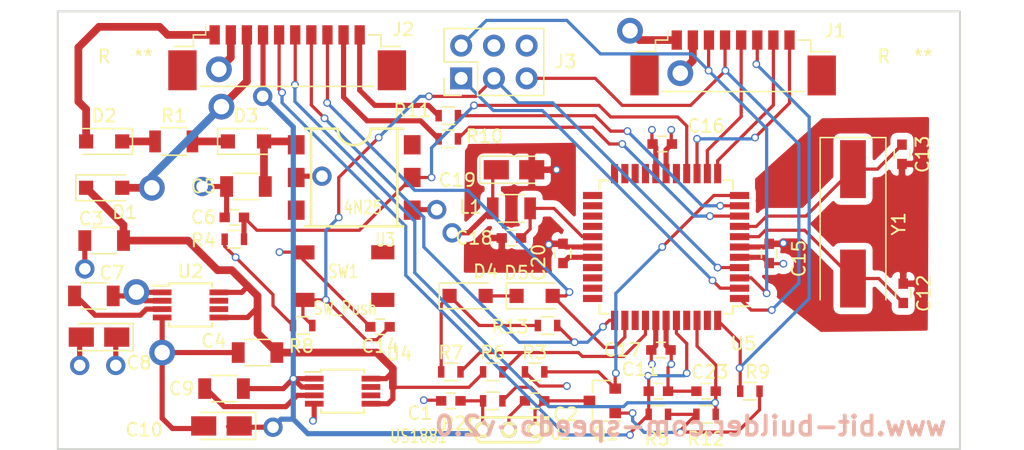
<source format=kicad_pcb>
(kicad_pcb (version 4) (host pcbnew 4.0.7-e2-6376~61~ubuntu18.04.1)
  (title_block (title Speedo))
  (layers (0 F.Cu signal) (1 In1.Cu power hide) (2 In2.Cu power hide) (31 B.Cu signal) (35 F.Paste user) (36 B.SilkS user) (37 F.SilkS user) (38 B.Mask user) (39 F.Mask user) (44 Edge.Cuts user))
  (net 0 "")
  (net 1 GND)
  (net 2 +5V)
  (net 3 "Net-(C5-Pad1)")
  (net 4 TACH)
  (net 5 +3V3)
  (net 6 "Net-(C7-Pad2)")
  (net 7 "Net-(C9-Pad2)")
  (net 8 "Net-(C12-Pad2)")
  (net 9 "Net-(C13-Pad2)")
  (net 10 VIN)
  (net 11 "Net-(D2-Pad1)")
  (net 12 COIL)
  (net 13 "Net-(D3-Pad1)")
  (net 14 SCK)
  (net 15 MOSI)
  (net 16 LCD-DC)
  (net 17 LCD-CS)
  (net 18 HALL-EFF)
  (net 19 VMEAS)
  (net 20 "Net-(U2-Pad6)")
  (net 21 "Net-(U2-Pad7)")
  (net 22 "Net-(U3-Pad3)")
  (net 23 "Net-(U3-Pad6)")
  (net 24 "Net-(U4-Pad6)")
  (net 25 "Net-(U4-Pad7)")
  (net 26 "Net-(U5-Pad19)")
  (net 27 "Net-(U5-Pad20)")
  (net 28 "Net-(U5-Pad33)")
  (net 29 "Net-(U5-Pad43)")
  (net 30 "Net-(C2-Pad1)")
  (net 31 Reset)
  (net 32 "Net-(C18-Pad1)")
  (net 33 "Net-(C20-Pad1)")
  (net 34 MISO)
  (net 35 "Net-(U5-Pad23)")
  (net 36 "Net-(U5-Pad26)")
  (net 37 "Net-(U5-Pad32)")
  (net 38 "Net-(U5-Pad36)")
  (net 39 "Net-(U5-Pad41)")
  (net 40 LCD-RST)
  (net 41 LCD-LED)
  (net 42 +12V)
  (net 43 TX)
  (net 44 RX)
  (net 45 "Net-(R10-Pad2)")
  (net 46 "Net-(R11-Pad2)")
  (net 47 BUTTON1)
  (net 48 BUTTON2)
  (net 49 "Net-(J3-Pad6)")
  (net 50 "Net-(U5-Pad16)")
  (net 51 "Net-(U5-Pad21)")
  (net 52 "Net-(U5-Pad22)")
  (net 53 "Net-(U5-Pad24)")
  (net 54 "Net-(U5-Pad25)")
  (net 55 "Net-(D4-Pad2)")
  (net 56 LM35-NEG)
  (net 57 LM35-POS)
  (net 58 "Net-(U5-Pad30)")
  (net 59 "Net-(U5-Pad31)")
  (module Capacitors_SMD:C_0603 (layer F.Cu) (at 130.5 132.25 180)
    (fp_text reference C1 (at 2.4 -0.95 180) (layer F.SilkS))
    (fp_text value 100nF)
    (pad 2 smd rect (at 0.75 0 180) (size 0.8 0.75) (layers F.Cu F.Paste F.Mask) (net 1 GND))
    (pad 1 smd rect (at -0.75 0 180) (size 0.8 0.75) (layers F.Cu F.Paste F.Mask) (net 2 +5V))
  )
  (module Capacitors_SMD:C_0603 (layer F.Cu) (at 137 132.25 180)
    (fp_text reference C2 (at -2.4 -1.05 180) (layer F.SilkS))
    (fp_text value 4.7nF)
    (pad 2 smd rect (at 0.75 0 180) (size 0.8 0.75) (layers F.Cu F.Paste F.Mask) (net 1 GND))
    (pad 1 smd rect (at -0.75 0 180) (size 0.8 0.75) (layers F.Cu F.Paste F.Mask) (net 30 "Net-(C2-Pad1)"))
  )
  (module Capacitors_SMD:C_1206 (layer F.Cu) (at 103.6 119.8 180)
    (fp_text reference C3 (at 1 1.7 180) (layer F.SilkS))
    (fp_text value 1uF)
    (pad 1 smd rect (at -1.5 0 180) (size 1 1.6) (layers F.Cu F.Paste F.Mask) (net 10 VIN))
    (pad 2 smd rect (at 1.5 0 180) (size 1 1.6) (layers F.Cu F.Paste F.Mask) (net 1 GND))
  )
  (module Capacitors_SMD:C_1206 (layer F.Cu) (at 115.5 128.5 180)
    (fp_text reference C4 (at 3.4 0.9 180) (layer F.SilkS))
    (fp_text value 1uF)
    (pad 1 smd rect (at -1.5 0 180) (size 1 1.6) (layers F.Cu F.Paste F.Mask) (net 10 VIN))
    (pad 2 smd rect (at 1.5 0 180) (size 1 1.6) (layers F.Cu F.Paste F.Mask) (net 1 GND))
  )
  (module Capacitors_SMD:C_1206 (layer F.Cu) (at 114.6 115.6 180)
    (fp_text reference C5 (at 3.3 0 180) (layer F.SilkS))
    (fp_text value 1nF)
    (pad 1 smd rect (at -1.5 0 180) (size 1 1.6) (layers F.Cu F.Paste F.Mask) (net 3 "Net-(C5-Pad1)"))
    (pad 2 smd rect (at 1.5 0 180) (size 1 1.6) (layers F.Cu F.Paste F.Mask) (net 1 GND))
  )
  (module Capacitors_SMD:C_0603 (layer F.Cu) (at 113.7 118 180)
    (fp_text reference C6 (at 2.4 0 180) (layer F.SilkS))
    (fp_text value 10nF)
    (pad 2 smd rect (at 0.75 0 180) (size 0.8 0.75) (layers F.Cu F.Paste F.Mask) (net 1 GND))
    (pad 1 smd rect (at -0.75 0 180) (size 0.8 0.75) (layers F.Cu F.Paste F.Mask) (net 4 TACH))
  )
  (module Capacitors_SMD:C_1206 (layer F.Cu) (at 102.8 124.1 180)
    (fp_text reference C7 (at -1.4 1.8 180) (layer F.SilkS))
    (fp_text value 10nF)
    (pad 1 smd rect (at -1.5 0 180) (size 1 1.6) (layers F.Cu F.Paste F.Mask) (net 5 +3V3))
    (pad 2 smd rect (at 1.5 0 180) (size 1 1.6) (layers F.Cu F.Paste F.Mask) (net 6 "Net-(C7-Pad2)"))
  )
  (module Capacitors_Tantalum_SMD:CP_Tantalum_Case-A_EIA-3216-18_Reflow (layer F.Cu) (at 103.2 127.3 180)
    (fp_text reference C8 (at -3.1 -2 180) (layer F.SilkS))
    (fp_text value 10uF)
    (pad 1 smd rect (at -1.375 0 180) (size 1.95 1.5) (layers F.Cu F.Paste F.Mask) (net 5 +3V3))
    (pad 2 smd rect (at 1.375 0 180) (size 1.95 1.5) (layers F.Cu F.Paste F.Mask) (net 1 GND))
  )
  (module Capacitors_SMD:C_1206 (layer F.Cu) (at 112.9 131.3 180)
    (fp_text reference C9 (at 3.3 0 180) (layer F.SilkS))
    (fp_text value 10nF)
    (pad 1 smd rect (at -1.5 0 180) (size 1 1.6) (layers F.Cu F.Paste F.Mask) (net 2 +5V))
    (pad 2 smd rect (at 1.5 0 180) (size 1 1.6) (layers F.Cu F.Paste F.Mask) (net 7 "Net-(C9-Pad2)"))
  )
  (module Capacitors_Tantalum_SMD:CP_Tantalum_Case-A_EIA-3216-18_Reflow (layer F.Cu) (at 112.7 134.2 180)
    (fp_text reference C10 (at 6 -0.3 180) (layer F.SilkS))
    (fp_text value 10uF)
    (pad 1 smd rect (at -1.375 0 180) (size 1.95 1.5) (layers F.Cu F.Paste F.Mask) (net 2 +5V))
    (pad 2 smd rect (at 1.375 0 180) (size 1.95 1.5) (layers F.Cu F.Paste F.Mask) (net 1 GND))
  )
  (module Capacitors_SMD:C_0603 (layer F.Cu) (at 146.6 131.5)
    (fp_text reference C11 (at -1.4 -1.7) (layer F.SilkS))
    (fp_text value 10nF)
    (pad 2 smd rect (at 0.75 0) (size 0.8 0.75) (layers F.Cu F.Paste F.Mask) (net 1 GND))
    (pad 1 smd rect (at -0.75 0) (size 0.8 0.75) (layers F.Cu F.Paste F.Mask) (net 47 BUTTON1))
  )
  (module Capacitors_SMD:C_0603 (layer F.Cu) (at 165.6 123.9 270)
    (fp_text reference C12 (at 0 -1.6 270) (layer F.SilkS))
    (fp_text value 20pF)
    (pad 2 smd rect (at 0.75 0 270) (size 0.8 0.75) (layers F.Cu F.Paste F.Mask) (net 8 "Net-(C12-Pad2)"))
    (pad 1 smd rect (at -0.75 0 270) (size 0.8 0.75) (layers F.Cu F.Paste F.Mask) (net 1 GND))
  )
  (module Capacitors_SMD:C_0603 (layer F.Cu) (at 165.5 113.1 90)
    (fp_text reference C13 (at 0 1.6 90) (layer F.SilkS))
    (fp_text value 20pF)
    (pad 2 smd rect (at 0.75 0 90) (size 0.8 0.75) (layers F.Cu F.Paste F.Mask) (net 9 "Net-(C13-Pad2)"))
    (pad 1 smd rect (at -0.75 0 90) (size 0.8 0.75) (layers F.Cu F.Paste F.Mask) (net 1 GND))
  )
  (module Capacitors_SMD:C_0603 (layer F.Cu) (at 125 126.5 180)
    (fp_text reference C14 (at 0 -1.5 180) (layer F.SilkS))
    (fp_text value 10nF)
    (pad 2 smd rect (at 0.75 0 180) (size 0.8 0.75) (layers F.Cu F.Paste F.Mask) (net 1 GND))
    (pad 1 smd rect (at -0.75 0 180) (size 0.8 0.75) (layers F.Cu F.Paste F.Mask) (net 31 Reset))
  )
  (module Capacitors_SMD:C_0603 (layer F.Cu) (at 155.2 120.8 90)
    (fp_text reference C15 (at -0.4 2.3 90) (layer F.SilkS))
    (fp_text value 100nF)
    (pad 2 smd rect (at 0.75 0 90) (size 0.8 0.75) (layers F.Cu F.Paste F.Mask) (net 1 GND))
    (pad 1 smd rect (at -0.75 0 90) (size 0.8 0.75) (layers F.Cu F.Paste F.Mask) (net 5 +3V3))
  )
  (module Capacitors_SMD:C_0603 (layer F.Cu) (at 146.9 112.3 180)
    (fp_text reference C16 (at -3.4 1.4 180) (layer F.SilkS))
    (fp_text value 100nF)
    (pad 2 smd rect (at 0.75 0 180) (size 0.8 0.75) (layers F.Cu F.Paste F.Mask) (net 1 GND))
    (pad 1 smd rect (at -0.75 0 180) (size 0.8 0.75) (layers F.Cu F.Paste F.Mask) (net 5 +3V3))
  )
  (module Capacitors_SMD:C_0603 (layer F.Cu) (at 146.8 128.3)
    (fp_text reference C17 (at -3 0) (layer F.SilkS))
    (fp_text value 100nF)
    (pad 2 smd rect (at 0.75 0) (size 0.8 0.75) (layers F.Cu F.Paste F.Mask) (net 1 GND))
    (pad 1 smd rect (at -0.75 0) (size 0.8 0.75) (layers F.Cu F.Paste F.Mask) (net 5 +3V3))
  )
  (module Capacitors_SMD:C_0603 (layer F.Cu) (at 135.2 119.6 180)
    (fp_text reference C18 (at 2.9 0 180) (layer F.SilkS))
    (fp_text value 100nF)
    (pad 2 smd rect (at 0.75 0 180) (size 0.8 0.75) (layers F.Cu F.Paste F.Mask) (net 1 GND))
    (pad 1 smd rect (at -0.75 0 180) (size 0.8 0.75) (layers F.Cu F.Paste F.Mask) (net 32 "Net-(C18-Pad1)"))
  )
  (module Capacitors_SMD:C_0603 (layer F.Cu) (at 139.2 120.8 90)
    (fp_text reference C20 (at -0.7 -1.9 90) (layer F.SilkS))
    (fp_text value 100nF)
    (pad 2 smd rect (at 0.75 0 90) (size 0.8 0.75) (layers F.Cu F.Paste F.Mask) (net 1 GND))
    (pad 1 smd rect (at -0.75 0 90) (size 0.8 0.75) (layers F.Cu F.Paste F.Mask) (net 33 "Net-(C20-Pad1)"))
  )
  (module Diodes_SMD:D_SOD-123F (layer F.Cu) (at 103.6 115.7)
    (fp_text reference D1 (at 1.6 1.9) (layer F.SilkS))
    (fp_text value D)
    (pad 1 smd rect (at -1.4 0) (size 1.1 1.1) (layers F.Cu F.Paste F.Mask) (net 10 VIN))
    (pad 2 smd rect (at 1.4 0) (size 1.1 1.1) (layers F.Cu F.Paste F.Mask) (net 42 +12V))
  )
  (module Diodes_SMD:D_SOD-123F (layer F.Cu) (at 103.6 112.1 180)
    (fp_text reference D2 (at 0 2 180) (layer F.SilkS))
    (fp_text value D)
    (pad 1 smd rect (at -1.4 0 180) (size 1.1 1.1) (layers F.Cu F.Paste F.Mask) (net 11 "Net-(D2-Pad1)"))
    (pad 2 smd rect (at 1.4 0 180) (size 1.1 1.1) (layers F.Cu F.Paste F.Mask) (net 12 COIL))
  )
  (module Diodes_SMD:D_SOD-123F (layer F.Cu) (at 114.6 112.1)
    (fp_text reference D3 (at 0 -2) (layer F.SilkS))
    (fp_text value D_Schottky)
    (pad 1 smd rect (at -1.4 0) (size 1.1 1.1) (layers F.Cu F.Paste F.Mask) (net 13 "Net-(D3-Pad1)"))
    (pad 2 smd rect (at 1.4 0) (size 1.1 1.1) (layers F.Cu F.Paste F.Mask) (net 3 "Net-(C5-Pad1)"))
  )
  (module TO_SOT_Packages_SMD:SOT-23 (layer F.Cu) (at 142.25 132.25 180)
    (fp_text reference Q1 (at -0.25 -2.55 180) (layer F.SilkS))
    (fp_text value BSS138)
    (pad 1 smd rect (at -1 -0.95 180) (size 0.9 0.8) (layers F.Cu F.Paste F.Mask) (net 5 +3V3))
    (pad 2 smd rect (at -1 0.95 180) (size 0.9 0.8) (layers F.Cu F.Paste F.Mask) (net 18 HALL-EFF))
    (pad 3 smd rect (at 1 0 180) (size 0.9 0.8) (layers F.Cu F.Paste F.Mask) (net 30 "Net-(C2-Pad1)"))
  )
  (module Resistors_SMD:R_0603 (layer F.Cu) (at 133.75 132.25 180)
    (fp_text reference R2 (at 3 -1.75 180) (layer F.SilkS))
    (fp_text value 10K)
    (pad 1 smd rect (at -0.75 0 180) (size 0.5 0.9) (layers F.Cu F.Paste F.Mask) (net 30 "Net-(C2-Pad1)"))
    (pad 2 smd rect (at 0.75 0 180) (size 0.5 0.9) (layers F.Cu F.Paste F.Mask) (net 2 +5V))
  )
  (module Resistors_SMD:R_0603 (layer F.Cu) (at 137 130 180)
    (fp_text reference R3 (at 0 1.5 180) (layer F.SilkS))
    (fp_text value 10K)
    (pad 1 smd rect (at -0.75 0 180) (size 0.5 0.9) (layers F.Cu F.Paste F.Mask) (net 18 HALL-EFF))
    (pad 2 smd rect (at 0.75 0 180) (size 0.5 0.9) (layers F.Cu F.Paste F.Mask) (net 5 +3V3))
  )
  (module Resistors_SMD:R_0603 (layer F.Cu) (at 113.7 119.7)
    (fp_text reference R4 (at -2.4 0.1) (layer F.SilkS))
    (fp_text value 4.7K)
    (pad 1 smd rect (at -0.75 0) (size 0.5 0.9) (layers F.Cu F.Paste F.Mask) (net 5 +3V3))
    (pad 2 smd rect (at 0.75 0) (size 0.5 0.9) (layers F.Cu F.Paste F.Mask) (net 4 TACH))
  )
  (module Resistors_SMD:R_0603 (layer F.Cu) (at 146.6 133.3 180)
    (fp_text reference R5 (at 0.1 -1.9 180) (layer F.SilkS))
    (fp_text value 10K)
    (pad 1 smd rect (at -0.75 0 180) (size 0.5 0.9) (layers F.Cu F.Paste F.Mask) (net 5 +3V3))
    (pad 2 smd rect (at 0.75 0 180) (size 0.5 0.9) (layers F.Cu F.Paste F.Mask) (net 47 BUTTON1))
  )
  (module Resistors_SMD:R_0603 (layer F.Cu) (at 119 126.4)
    (fp_text reference R8 (at -0.1 1.6) (layer F.SilkS))
    (fp_text value 10K)
    (pad 1 smd rect (at -0.75 0) (size 0.5 0.9) (layers F.Cu F.Paste F.Mask) (net 5 +3V3))
    (pad 2 smd rect (at 0.75 0) (size 0.5 0.9) (layers F.Cu F.Paste F.Mask) (net 31 Reset))
  )
  (module Crystals:Crystal_SMD_HC49-SD (layer F.Cu) (at 161.7 118.5 270)
    (fp_text reference Y1 (at 0 -3.55 270) (layer F.SilkS))
    (fp_text value "16MHz 18pF")
    (pad 1 smd rect (at -4.25 0 270) (size 4.5 2) (layers F.Cu F.Paste F.Mask) (net 9 "Net-(C13-Pad2)"))
    (pad 2 smd rect (at 4.25 0 270) (size 4.5 2) (layers F.Cu F.Paste F.Mask) (net 8 "Net-(C12-Pad2)"))
  )
  (module Inductors_SMD:L_1206 (layer F.Cu) (at 135.2 117.3)
    (fp_text reference L1 (at -3.2 -0.1) (layer F.SilkS))
    (fp_text value 10uH)
    (pad 1 smd rect (at -1.45 0) (size 0.9 1.7) (layers F.Cu F.Paste F.Mask) (net 5 +3V3))
    (pad 2 smd rect (at 1.45 0) (size 0.9 1.7) (layers F.Cu F.Paste F.Mask) (net 32 "Net-(C18-Pad1)"))
  )
  (module Pin_Headers:Pin_Header_Straight_2x03_Pitch2.54mm (layer F.Cu) (at 131.3 107.2 90)
    (fp_text reference J3 (at 1.3 8.1 180) (layer F.SilkS))
    (fp_text value "Prog Header")
    (pad 1 thru_hole rect (at 0 0 90) (size 1.7 1.7) (drill 1) (layers *.Cu *.Mask) (net 34 MISO))
    (pad 2 thru_hole oval (at 2.54 0 90) (size 1.7 1.7) (drill 1) (layers *.Cu *.Mask) (net 14 SCK))
    (pad 3 thru_hole oval (at 0 2.54 90) (size 1.7 1.7) (drill 1) (layers *.Cu *.Mask) (net 31 Reset))
    (pad 4 thru_hole oval (at 2.54 2.54 90) (size 1.7 1.7) (drill 1) (layers *.Cu *.Mask) (net 1 GND))
    (pad 5 thru_hole oval (at 0 5.08 90) (size 1.7 1.7) (drill 1) (layers *.Cu *.Mask) (net 15 MOSI))
    (pad 6 thru_hole oval (at 2.54 5.08 90) (size 1.7 1.7) (drill 1) (layers *.Cu *.Mask) (net 49 "Net-(J3-Pad6)"))
  )
  (module Resistors_SMD:R_1206 (layer F.Cu) (at 109 112.1 180)
    (fp_text reference R1 (at 0 2 180) (layer F.SilkS))
    (fp_text value 390)
    (pad 1 smd rect (at -1.45 0 180) (size 0.9 1.7) (layers F.Cu F.Paste F.Mask) (net 13 "Net-(D3-Pad1)"))
    (pad 2 smd rect (at 1.45 0 180) (size 0.9 1.7) (layers F.Cu F.Paste F.Mask) (net 11 "Net-(D2-Pad1)"))
  )
  (module custom_footprint:TO-92-pins-3-in-a-row (layer F.Cu) (at 135 134.5)
    (fp_text reference U1 (at 4 0.25) (layer F.SilkS) (effects (font (size 1.016 0.762) (thickness 0.127))))
    (fp_text value US1881 (at -7 0.5) (layer F.SilkS) (effects (font (size 1.016 0.762) (thickness 0.127))))
    (pad 1 thru_hole circle (at -2.032 0) (size 1.27 1.27) (drill 0.7874) (layers *.Cu *.Mask F.SilkS) (net 2 +5V) (clearance 0.127))
    (pad 2 thru_hole circle (at 0 0) (size 1.27 1.27) (drill 0.7874) (layers *.Cu *.Mask F.SilkS) (net 1 GND) (clearance 0.127))
    (pad 3 thru_hole circle (at 2.032 0) (size 1.27 1.27) (drill 0.7874) (layers *.Cu *.Mask F.SilkS) (net 30 "Net-(C2-Pad1)") (clearance 0.127))
  )
  (module custom_footprint:switch-kpt-1187B-SMD (layer F.Cu) (at 122.4 122.7)
    (fp_text reference SW1 (at -0.25 -0.5) (layer F.SilkS) (effects (font (size 1.016 0.762) (thickness 0.127))))
    (fp_text value SW_Push (at -0.1016 2.346706) (layer F.SilkS) (effects (font (size 1.016 0.762) (thickness 0.127))))
    (pad 1 smd rect (at -3.379978 -1.979676) (size 1.800098 1.100074) (layers F.Cu F.Paste F.Mask) (net 1 GND) (clearance 0.254))
    (pad 3 smd rect (at 2.819908 -1.989836) (size 1.800098 1.100074) (layers F.Cu F.Paste F.Mask) (clearance 0.254))
    (pad 2 smd rect (at -3.379978 1.710182) (size 1.800098 1.100074) (layers F.Cu F.Paste F.Mask) (net 31 Reset) (clearance 0.254))
    (pad 4 smd rect (at 2.819908 1.710182) (size 1.800098 1.100074) (layers F.Cu F.Paste F.Mask) (clearance 0.254))
  )
  (module custom_footprint:4N2X (layer F.Cu) (at 123 114.9)
    (fp_text reference U3 (at 2.4 4.85) (layer F.SilkS) (effects (font (size 1.016 0.762) (thickness 0.127))))
    (fp_text value 4N25 (at 0.6604 2.3368) (layer F.SilkS) (effects (font (size 1.016 0.762) (thickness 0.127))))
    (pad 1 smd rect (at -4.499864 -2.539873 90) (size 1.49987 1.299972) (layers F.Cu F.Paste F.Mask) (net 3 "Net-(C5-Pad1)"))
    (pad 2 smd rect (at -4.499864 0 90) (size 1.499616 1.299972) (layers F.Cu F.Paste F.Mask) (net 1 GND))
    (pad 3 smd rect (at -4.499864 2.539873 90) (size 1.49987 1.299972) (layers F.Cu F.Paste F.Mask) (net 22 "Net-(U3-Pad3)"))
    (pad 4 smd rect (at 4.499864 2.539873 90) (size 1.49987 1.299972) (layers F.Cu F.Paste F.Mask) (net 1 GND))
    (pad 5 smd rect (at 4.499864 0 90) (size 1.499616 1.299972) (layers F.Cu F.Paste F.Mask) (net 4 TACH))
    (pad 6 smd rect (at 4.499864 -2.539873 90) (size 1.49987 1.299972) (layers F.Cu F.Paste F.Mask) (net 23 "Net-(U3-Pad6)"))
  )
  (module Resistors_SMD:R_0603 (layer F.Cu) (at 133.75 130 180)
    (fp_text reference R6 (at 0 1.5 180) (layer F.SilkS))
    (fp_text value 100K)
    (pad 1 smd rect (at -0.75 0 180) (size 0.5 0.9) (layers F.Cu F.Paste F.Mask) (net 19 VMEAS))
    (pad 2 smd rect (at 0.75 0 180) (size 0.5 0.9) (layers F.Cu F.Paste F.Mask) (net 10 VIN))
  )
  (module Resistors_SMD:R_0603 (layer F.Cu) (at 130.5 130)
    (fp_text reference R7 (at 0 -1.5) (layer F.SilkS))
    (fp_text value 10K)
    (pad 1 smd rect (at -0.75 0) (size 0.5 0.9) (layers F.Cu F.Paste F.Mask) (net 1 GND))
    (pad 2 smd rect (at 0.75 0) (size 0.5 0.9) (layers F.Cu F.Paste F.Mask) (net 19 VMEAS))
  )
  (module Resistors_SMD:R_0603 (layer F.Cu) (at 153.7 131.5 180)
    (fp_text reference R9 (at -0.6 1.5 180) (layer F.SilkS))
    (fp_text value 10K)
    (pad 1 smd rect (at -0.75 0 180) (size 0.5 0.9) (layers F.Cu F.Paste F.Mask) (net 5 +3V3))
    (pad 2 smd rect (at 0.75 0 180) (size 0.5 0.9) (layers F.Cu F.Paste F.Mask) (net 17 LCD-CS))
  )
  (module Resistors_SMD:R_0603 (layer F.Cu) (at 130.3 111.9)
    (fp_text reference R10 (at 2.8 -0.2) (layer F.SilkS))
    (fp_text value 1K)
    (pad 1 smd rect (at -0.75 0) (size 0.5 0.9) (layers F.Cu F.Paste F.Mask) (net 44 RX))
    (pad 2 smd rect (at 0.75 0) (size 0.5 0.9) (layers F.Cu F.Paste F.Mask) (net 45 "Net-(R10-Pad2)"))
  )
  (module Resistors_SMD:R_0603 (layer F.Cu) (at 130.3 110.1)
    (fp_text reference R11 (at -2.8 -0.4) (layer F.SilkS))
    (fp_text value 1K)
    (pad 1 smd rect (at -0.75 0) (size 0.5 0.9) (layers F.Cu F.Paste F.Mask) (net 43 TX))
    (pad 2 smd rect (at 0.75 0) (size 0.5 0.9) (layers F.Cu F.Paste F.Mask) (net 46 "Net-(R11-Pad2)"))
  )
  (module Mounting_Holes:MountingHole_2.2mm_M2 (layer F.Cu) (at 165.5 105.5)
    (fp_text reference REF** (at 0.25 0) (layer F.SilkS))
    (fp_text value MountingHole_2.2mm_M2)
    (pad 1 np_thru_hole circle (at 0 0) (size 2.2 2.2) (drill 2.2) (layers *.Cu *.Mask))
  )
  (module Mounting_Holes:MountingHole_2.2mm_M2 (layer F.Cu) (at 105 105.5)
    (fp_text reference REF** (at 0.25 0) (layer F.SilkS))
    (fp_text value MountingHole_2.2mm_M2)
    (pad 1 np_thru_hole circle (at 0 0) (size 2.2 2.2) (drill 2.2) (layers *.Cu *.Mask))
  )
  (module Capacitors_SMD:C_0603 (layer F.Cu) (at 150.3 131.5 180)
    (fp_text reference C23 (at -0.3 1.5 180) (layer F.SilkS))
    (fp_text value 10nF)
    (pad 2 smd rect (at 0.75 0 180) (size 0.8 0.75) (layers F.Cu F.Paste F.Mask) (net 1 GND))
    (pad 1 smd rect (at -0.75 0 180) (size 0.8 0.75) (layers F.Cu F.Paste F.Mask) (net 48 BUTTON2))
  )
  (module Resistors_SMD:R_0603 (layer F.Cu) (at 150.3 133.3)
    (fp_text reference R12 (at 0 1.9) (layer F.SilkS))
    (fp_text value 10K)
    (pad 1 smd rect (at -0.75 0) (size 0.5 0.9) (layers F.Cu F.Paste F.Mask) (net 5 +3V3))
    (pad 2 smd rect (at 0.75 0) (size 0.5 0.9) (layers F.Cu F.Paste F.Mask) (net 48 BUTTON2))
  )
  (module Housings_SSOP:MSOP-8_3x3mm_Pitch0.65mm (layer F.Cu) (at 110.3 124.8)
    (fp_text reference U2 (at 0 -2.6) (layer F.SilkS))
    (fp_text value LT1762-3.3)
    (pad 1 smd rect (at -2.2 -0.975) (size 1.45 0.45) (layers F.Cu F.Paste F.Mask) (net 5 +3V3))
    (pad 2 smd rect (at -2.2 -0.325) (size 1.45 0.45) (layers F.Cu F.Paste F.Mask) (net 5 +3V3))
    (pad 3 smd rect (at -2.2 0.325) (size 1.45 0.45) (layers F.Cu F.Paste F.Mask) (net 6 "Net-(C7-Pad2)"))
    (pad 4 smd rect (at -2.2 0.975) (size 1.45 0.45) (layers F.Cu F.Paste F.Mask) (net 1 GND))
    (pad 5 smd rect (at 2.2 0.975) (size 1.45 0.45) (layers F.Cu F.Paste F.Mask) (net 10 VIN))
    (pad 6 smd rect (at 2.2 0.325) (size 1.45 0.45) (layers F.Cu F.Paste F.Mask) (net 20 "Net-(U2-Pad6)"))
    (pad 7 smd rect (at 2.2 -0.325) (size 1.45 0.45) (layers F.Cu F.Paste F.Mask) (net 21 "Net-(U2-Pad7)"))
    (pad 8 smd rect (at 2.2 -0.975) (size 1.45 0.45) (layers F.Cu F.Paste F.Mask) (net 10 VIN))
  )
  (module Housings_SSOP:MSOP-8_3x3mm_Pitch0.65mm (layer F.Cu) (at 122.1 131.5)
    (fp_text reference U4 (at 4.4 -2.9) (layer F.SilkS))
    (fp_text value LT1762-5)
    (pad 1 smd rect (at -2.2 -0.975) (size 1.45 0.45) (layers F.Cu F.Paste F.Mask) (net 2 +5V))
    (pad 2 smd rect (at -2.2 -0.325) (size 1.45 0.45) (layers F.Cu F.Paste F.Mask) (net 2 +5V))
    (pad 3 smd rect (at -2.2 0.325) (size 1.45 0.45) (layers F.Cu F.Paste F.Mask) (net 7 "Net-(C9-Pad2)"))
    (pad 4 smd rect (at -2.2 0.975) (size 1.45 0.45) (layers F.Cu F.Paste F.Mask) (net 1 GND))
    (pad 5 smd rect (at 2.2 0.975) (size 1.45 0.45) (layers F.Cu F.Paste F.Mask) (net 10 VIN))
    (pad 6 smd rect (at 2.2 0.325) (size 1.45 0.45) (layers F.Cu F.Paste F.Mask) (net 24 "Net-(U4-Pad6)"))
    (pad 7 smd rect (at 2.2 -0.325) (size 1.45 0.45) (layers F.Cu F.Paste F.Mask) (net 25 "Net-(U4-Pad7)"))
    (pad 8 smd rect (at 2.2 -0.975) (size 1.45 0.45) (layers F.Cu F.Paste F.Mask) (net 10 VIN))
  )
  (module Capacitors_Tantalum_SMD:CP_Tantalum_Case-A_EIA-3216-18_Reflow (layer F.Cu) (at 135.4 114.3)
    (fp_text reference C19 (at -4.4 0.8) (layer F.SilkS))
    (fp_text value 10uF)
    (pad 1 smd rect (at -1.375 0) (size 1.95 1.5) (layers F.Cu F.Paste F.Mask) (net 5 +3V3))
    (pad 2 smd rect (at 1.375 0) (size 1.95 1.5) (layers F.Cu F.Paste F.Mask) (net 1 GND))
  )
  (module Connectors_Molex:Molex_PicoBlade_53398-0871_08x1.25mm_Straight (layer F.Cu) (at 152.4 105.6)
    (fp_text reference J1 (at 7.9 -2.1) (layer F.SilkS))
    (fp_text value Conn_01x08)
    (pad 1 smd rect (at -4.375 -1.375) (size 0.8 1.5) (layers F.Cu F.Paste F.Mask) (net 1 GND))
    (pad 2 smd rect (at -3.125 -1.375) (size 0.8 1.5) (layers F.Cu F.Paste F.Mask) (net 5 +3V3))
    (pad 3 smd rect (at -1.875 -1.375) (size 0.8 1.5) (layers F.Cu F.Paste F.Mask) (net 14 SCK))
    (pad 4 smd rect (at -0.625 -1.375) (size 0.8 1.5) (layers F.Cu F.Paste F.Mask) (net 15 MOSI))
    (pad 5 smd rect (at 0.625 -1.375) (size 0.8 1.5) (layers F.Cu F.Paste F.Mask) (net 16 LCD-DC))
    (pad 6 smd rect (at 1.875 -1.375) (size 0.8 1.5) (layers F.Cu F.Paste F.Mask) (net 17 LCD-CS))
    (pad 7 smd rect (at 3.125 -1.375) (size 0.8 1.5) (layers F.Cu F.Paste F.Mask) (net 40 LCD-RST))
    (pad 8 smd rect (at 4.375 -1.375) (size 0.8 1.5) (layers F.Cu F.Paste F.Mask) (net 41 LCD-LED))
    (pad "" smd rect (at -6.875 1.375) (size 2.2 3.1) (layers F.Cu F.Paste F.Mask))
    (pad "" smd rect (at 6.875 1.375) (size 2.2 3.1) (layers F.Cu F.Paste F.Mask))
  )
  (module Connectors_Molex:Molex_PicoBlade_53398-1071_10x1.25mm_Straight (layer F.Cu) (at 117.8 105.2)
    (fp_text reference J2 (at 9 -1.8) (layer F.SilkS))
    (fp_text value Conn_01x10)
    (pad 1 smd rect (at -5.625 -1.375) (size 0.8 1.5) (layers F.Cu F.Paste F.Mask) (net 12 COIL))
    (pad 2 smd rect (at -4.375 -1.375) (size 0.8 1.5) (layers F.Cu F.Paste F.Mask) (net 1 GND))
    (pad 3 smd rect (at -3.125 -1.375) (size 0.8 1.5) (layers F.Cu F.Paste F.Mask) (net 42 +12V))
    (pad 4 smd rect (at -1.875 -1.375) (size 0.8 1.5) (layers F.Cu F.Paste F.Mask) (net 2 +5V))
    (pad 5 smd rect (at -0.625 -1.375) (size 0.8 1.5) (layers F.Cu F.Paste F.Mask) (net 47 BUTTON1))
    (pad 6 smd rect (at 0.625 -1.375) (size 0.8 1.5) (layers F.Cu F.Paste F.Mask) (net 48 BUTTON2))
    (pad 7 smd rect (at 1.875 -1.375) (size 0.8 1.5) (layers F.Cu F.Paste F.Mask) (net 57 LM35-POS))
    (pad 8 smd rect (at 3.125 -1.375) (size 0.8 1.5) (layers F.Cu F.Paste F.Mask) (net 56 LM35-NEG))
    (pad 9 smd rect (at 4.375 -1.375) (size 0.8 1.5) (layers F.Cu F.Paste F.Mask) (net 44 RX))
    (pad 10 smd rect (at 5.625 -1.375) (size 0.8 1.5) (layers F.Cu F.Paste F.Mask) (net 43 TX))
    (pad "" smd rect (at -8.125 1.375) (size 2.2 3.1) (layers F.Cu F.Paste F.Mask))
    (pad "" smd rect (at 8.125 1.375) (size 2.2 3.1) (layers F.Cu F.Paste F.Mask))
  )
  (module Housings_QFP:TQFP-44_10x10mm_Pitch0.8mm (layer F.Cu) (at 147.2 120.3 180)
    (fp_text reference U5 (at -6 -7.5 180) (layer F.SilkS))
    (fp_text value ATMEGA644-20AU)
    (pad 1 smd rect (at -5.7 -4 180) (size 1.5 0.55) (layers F.Cu F.Paste F.Mask) (net 15 MOSI))
    (pad 2 smd rect (at -5.7 -3.2 180) (size 1.5 0.55) (layers F.Cu F.Paste F.Mask) (net 34 MISO))
    (pad 3 smd rect (at -5.7 -2.4 180) (size 1.5 0.55) (layers F.Cu F.Paste F.Mask) (net 14 SCK))
    (pad 4 smd rect (at -5.7 -1.6 180) (size 1.5 0.55) (layers F.Cu F.Paste F.Mask) (net 31 Reset))
    (pad 5 smd rect (at -5.7 -0.8 180) (size 1.5 0.55) (layers F.Cu F.Paste F.Mask) (net 5 +3V3))
    (pad 6 smd rect (at -5.7 0 180) (size 1.5 0.55) (layers F.Cu F.Paste F.Mask) (net 1 GND))
    (pad 7 smd rect (at -5.7 0.8 180) (size 1.5 0.55) (layers F.Cu F.Paste F.Mask) (net 8 "Net-(C12-Pad2)"))
    (pad 8 smd rect (at -5.7 1.6 180) (size 1.5 0.55) (layers F.Cu F.Paste F.Mask) (net 9 "Net-(C13-Pad2)"))
    (pad 9 smd rect (at -5.7 2.4 180) (size 1.5 0.55) (layers F.Cu F.Paste F.Mask) (net 45 "Net-(R10-Pad2)"))
    (pad 10 smd rect (at -5.7 3.2 180) (size 1.5 0.55) (layers F.Cu F.Paste F.Mask) (net 46 "Net-(R11-Pad2)"))
    (pad 11 smd rect (at -5.7 4 180) (size 1.5 0.55) (layers F.Cu F.Paste F.Mask) (net 18 HALL-EFF))
    (pad 12 smd rect (at -4 5.7 270) (size 1.5 0.55) (layers F.Cu F.Paste F.Mask) (net 40 LCD-RST))
    (pad 13 smd rect (at -3.2 5.7 270) (size 1.5 0.55) (layers F.Cu F.Paste F.Mask) (net 16 LCD-DC))
    (pad 14 smd rect (at -2.4 5.7 270) (size 1.5 0.55) (layers F.Cu F.Paste F.Mask) (net 41 LCD-LED))
    (pad 15 smd rect (at -1.6 5.7 270) (size 1.5 0.55) (layers F.Cu F.Paste F.Mask) (net 4 TACH))
    (pad 16 smd rect (at -0.8 5.7 270) (size 1.5 0.55) (layers F.Cu F.Paste F.Mask) (net 50 "Net-(U5-Pad16)"))
    (pad 17 smd rect (at 0 5.7 270) (size 1.5 0.55) (layers F.Cu F.Paste F.Mask) (net 5 +3V3))
    (pad 18 smd rect (at 0.8 5.7 270) (size 1.5 0.55) (layers F.Cu F.Paste F.Mask) (net 1 GND))
    (pad 19 smd rect (at 1.6 5.7 270) (size 1.5 0.55) (layers F.Cu F.Paste F.Mask) (net 26 "Net-(U5-Pad19)"))
    (pad 20 smd rect (at 2.4 5.7 270) (size 1.5 0.55) (layers F.Cu F.Paste F.Mask) (net 27 "Net-(U5-Pad20)"))
    (pad 21 smd rect (at 3.2 5.7 270) (size 1.5 0.55) (layers F.Cu F.Paste F.Mask) (net 51 "Net-(U5-Pad21)"))
    (pad 22 smd rect (at 4 5.7 270) (size 1.5 0.55) (layers F.Cu F.Paste F.Mask) (net 52 "Net-(U5-Pad22)"))
    (pad 23 smd rect (at 5.7 4 180) (size 1.5 0.55) (layers F.Cu F.Paste F.Mask) (net 35 "Net-(U5-Pad23)"))
    (pad 24 smd rect (at 5.7 3.2 180) (size 1.5 0.55) (layers F.Cu F.Paste F.Mask) (net 53 "Net-(U5-Pad24)"))
    (pad 25 smd rect (at 5.7 2.4 180) (size 1.5 0.55) (layers F.Cu F.Paste F.Mask) (net 54 "Net-(U5-Pad25)"))
    (pad 26 smd rect (at 5.7 1.6 180) (size 1.5 0.55) (layers F.Cu F.Paste F.Mask) (net 36 "Net-(U5-Pad26)"))
    (pad 27 smd rect (at 5.7 0.8 180) (size 1.5 0.55) (layers F.Cu F.Paste F.Mask) (net 32 "Net-(C18-Pad1)"))
    (pad 28 smd rect (at 5.7 0 180) (size 1.5 0.55) (layers F.Cu F.Paste F.Mask) (net 1 GND))
    (pad 29 smd rect (at 5.7 -0.8 180) (size 1.5 0.55) (layers F.Cu F.Paste F.Mask) (net 33 "Net-(C20-Pad1)"))
    (pad 30 smd rect (at 5.7 -1.6 180) (size 1.5 0.55) (layers F.Cu F.Paste F.Mask) (net 58 "Net-(U5-Pad30)"))
    (pad 31 smd rect (at 5.7 -2.4 180) (size 1.5 0.55) (layers F.Cu F.Paste F.Mask) (net 59 "Net-(U5-Pad31)"))
    (pad 32 smd rect (at 5.7 -3.2 180) (size 1.5 0.55) (layers F.Cu F.Paste F.Mask) (net 37 "Net-(U5-Pad32)"))
    (pad 33 smd rect (at 5.7 -4 180) (size 1.5 0.55) (layers F.Cu F.Paste F.Mask) (net 28 "Net-(U5-Pad33)"))
    (pad 34 smd rect (at 4 -5.7 270) (size 1.5 0.55) (layers F.Cu F.Paste F.Mask) (net 57 LM35-POS))
    (pad 35 smd rect (at 3.2 -5.7 270) (size 1.5 0.55) (layers F.Cu F.Paste F.Mask) (net 56 LM35-NEG))
    (pad 36 smd rect (at 2.4 -5.7 270) (size 1.5 0.55) (layers F.Cu F.Paste F.Mask) (net 38 "Net-(U5-Pad36)"))
    (pad 37 smd rect (at 1.6 -5.7 270) (size 1.5 0.55) (layers F.Cu F.Paste F.Mask) (net 19 VMEAS))
    (pad 38 smd rect (at 0.8 -5.7 270) (size 1.5 0.55) (layers F.Cu F.Paste F.Mask) (net 5 +3V3))
    (pad 39 smd rect (at 0 -5.7 270) (size 1.5 0.55) (layers F.Cu F.Paste F.Mask) (net 1 GND))
    (pad 40 smd rect (at -0.8 -5.7 270) (size 1.5 0.55) (layers F.Cu F.Paste F.Mask) (net 47 BUTTON1))
    (pad 41 smd rect (at -1.6 -5.7 270) (size 1.5 0.55) (layers F.Cu F.Paste F.Mask) (net 39 "Net-(U5-Pad41)"))
    (pad 42 smd rect (at -2.4 -5.7 270) (size 1.5 0.55) (layers F.Cu F.Paste F.Mask) (net 48 BUTTON2))
    (pad 43 smd rect (at -3.2 -5.7 270) (size 1.5 0.55) (layers F.Cu F.Paste F.Mask) (net 29 "Net-(U5-Pad43)"))
    (pad 44 smd rect (at -4 -5.7 270) (size 1.5 0.55) (layers F.Cu F.Paste F.Mask) (net 17 LCD-CS))
  )
  (module Diodes_SMD:D_SOD-123F (layer F.Cu) (at 131.8 124.1)
    (fp_text reference D4 (at 1.4 -1.9) (layer F.SilkS))
    (fp_text value D)
    (pad 1 smd rect (at -1.4 0) (size 1.1 1.1) (layers F.Cu F.Paste F.Mask) (net 1 GND))
    (pad 2 smd rect (at 1.4 0) (size 1.1 1.1) (layers F.Cu F.Paste F.Mask) (net 55 "Net-(D4-Pad2)"))
  )
  (module Diodes_SMD:D_SOD-123F (layer F.Cu) (at 137 124.1)
    (fp_text reference D5 (at -1.4 -1.8) (layer F.SilkS))
    (fp_text value D)
    (pad 1 smd rect (at -1.4 0) (size 1.1 1.1) (layers F.Cu F.Paste F.Mask) (net 55 "Net-(D4-Pad2)"))
    (pad 2 smd rect (at 1.4 0) (size 1.1 1.1) (layers F.Cu F.Paste F.Mask) (net 56 LM35-NEG))
  )
  (module Resistors_SMD:R_0603 (layer F.Cu) (at 138 126.4 180)
    (fp_text reference R13 (at 2.9 -0.1 180) (layer F.SilkS))
    (fp_text value 18K)
    (pad 1 smd rect (at -0.75 0 180) (size 0.5 0.9) (layers F.Cu F.Paste F.Mask) (net 57 LM35-POS))
    (pad 2 smd rect (at 0.75 0 180) (size 0.5 0.9) (layers F.Cu F.Paste F.Mask) (net 1 GND))
  )
  (gr_text www.bit-builder.com-speedo-v2.0 (at 149.1 134.2) (layer B.SilkS) (effects (font (size 1.5 1.5) (thickness 0.3)) (justify mirror)))
  (gr_line (start 100 102) (end 100 136) (angle 90) (layer Edge.Cuts) (width 0.15))
  (gr_line (start 170 102) (end 100 102) (angle 90) (layer Edge.Cuts) (width 0.15))
  (gr_line (start 170 136) (end 170 102) (angle 90) (layer Edge.Cuts) (width 0.15))
  (gr_line (start 100 136) (end 170 136) (angle 90) (layer Edge.Cuts) (width 0.15))
  (segment (start 119.020022 120.720324) (end 118.999698 120.7) (width 0.25) (layer F.Cu) (net 1))
  (segment (start 118.999698 120.7) (end 117.2 120.7) (width 0.25) (layer F.Cu) (net 1))
  (via (at 117.2 120.7) (size 0.6) (drill 0.4) (layers F.Cu B.Cu) (net 1))
  (segment (start 119.020022 120.720324) (end 119.020022 121.270022) (width 0.25) (layer F.Cu) (net 1))
  (segment (start 119.020022 121.270022) (end 124.25 126.5) (width 0.25) (layer F.Cu) (net 1))
  (segment (start 130.4 124.1) (end 132.7 126.4) (width 0.25) (layer F.Cu) (net 1))
  (segment (start 132.7 126.4) (end 137.25 126.4) (width 0.25) (layer F.Cu) (net 1))
  (segment (start 129.75 130) (end 129.75 124.75) (width 0.25) (layer F.Cu) (net 1))
  (segment (start 129.75 124.75) (end 130.4 124.1) (width 0.25) (layer F.Cu) (net 1))
  (segment (start 108.1 125.775) (end 108.1 128.5) (width 0.4) (layer F.Cu) (net 1))
  (via (at 108.1 128.5) (size 2) (drill 1.2) (layers F.Cu B.Cu) (net 1))
  (segment (start 102.1 119.8) (end 102.1 122) (width 0.4) (layer F.Cu) (net 1))
  (via (at 102.1 122) (size 1.5) (drill 0.9) (layers F.Cu B.Cu) (net 1))
  (segment (start 147.35 131.5) (end 147.35 129.65) (width 0.25) (layer F.Cu) (net 1))
  (via (at 147.6 129.4) (size 0.6) (drill 0.4) (layers F.Cu B.Cu) (net 1))
  (segment (start 147.6 129.4) (end 147.6 128.35) (width 0.25) (layer F.Cu) (net 1))
  (segment (start 147.35 129.65) (end 147.6 129.4) (width 0.25) (layer F.Cu) (net 1))
  (segment (start 147.35 131.5) (end 149.55 131.5) (width 0.25) (layer F.Cu) (net 1))
  (segment (start 114 128.5) (end 108.1 128.5) (width 0.4) (layer F.Cu) (net 1))
  (segment (start 108.9 134.4) (end 108.1 133.6) (width 0.4) (layer F.Cu) (net 1))
  (segment (start 111.125 134.4) (end 108.9 134.4) (width 0.4) (layer F.Cu) (net 1))
  (segment (start 108.1 133.6) (end 108.1 128.5) (width 0.4) (layer F.Cu) (net 1))
  (segment (start 111.325 134.2) (end 111.125 134.4) (width 0.4) (layer F.Cu) (net 1))
  (segment (start 101.825 127.3) (end 101.7 127.425) (width 0.4) (layer F.Cu) (net 1))
  (segment (start 101.7 127.425) (end 101.7 129.5) (width 0.4) (layer F.Cu) (net 1))
  (via (at 101.7 129.5) (size 1.5) (drill 0.9) (layers F.Cu B.Cu) (net 1))
  (segment (start 113.1 115.6) (end 111.2 115.6) (width 0.4) (layer F.Cu) (net 1))
  (via (at 111.2 115.6) (size 1.5) (drill 0.9) (layers F.Cu B.Cu) (net 1))
  (segment (start 118.500136 114.9) (end 118.600136 114.8) (width 0.4) (layer F.Cu) (net 1))
  (segment (start 118.600136 114.8) (end 120.5 114.8) (width 0.4) (layer F.Cu) (net 1))
  (via (at 120.5 114.8) (size 1.5) (drill 0.9) (layers F.Cu B.Cu) (net 1))
  (segment (start 127.499864 117.439873) (end 127.539737 117.4) (width 0.4) (layer F.Cu) (net 1))
  (segment (start 127.539737 117.4) (end 129.4 117.4) (width 0.4) (layer F.Cu) (net 1))
  (via (at 129.4 117.4) (size 1.5) (drill 0.9) (layers F.Cu B.Cu) (net 1))
  (segment (start 136.775 114.3) (end 138.7 114.3) (width 0.25) (layer F.Cu) (net 1))
  (via (at 138.7 114.3) (size 0.6) (drill 0.4) (layers F.Cu B.Cu) (net 1))
  (segment (start 139.2 120.05) (end 139.15 120.1) (width 0.25) (layer F.Cu) (net 1))
  (segment (start 139.15 120.1) (end 138.1 120.1) (width 0.25) (layer F.Cu) (net 1))
  (via (at 138.1 120.1) (size 0.6) (drill 0.4) (layers F.Cu B.Cu) (net 1))
  (segment (start 147.55 128.3) (end 147.6 128.35) (width 0.25) (layer F.Cu) (net 1))
  (segment (start 155.2 120.05) (end 155.25 120) (width 0.25) (layer F.Cu) (net 1))
  (segment (start 155.25 120) (end 156.3 120) (width 0.25) (layer F.Cu) (net 1))
  (via (at 156.3 120) (size 0.6) (drill 0.4) (layers F.Cu B.Cu) (net 1))
  (segment (start 146.15 112.3) (end 146.1 112.25) (width 0.25) (layer F.Cu) (net 1))
  (segment (start 146.1 112.25) (end 146.1 111.2) (width 0.25) (layer F.Cu) (net 1))
  (via (at 146.1 111.2) (size 0.6) (drill 0.4) (layers F.Cu B.Cu) (net 1))
  (segment (start 165.6 123.15) (end 165.6 113.95) (width 0.25) (layer F.Cu) (net 1))
  (segment (start 165.6 113.95) (end 165.5 113.85) (width 0.25) (layer F.Cu) (net 1))
  (segment (start 141.5 120.3) (end 139.45 120.3) (width 0.4) (layer F.Cu) (net 1))
  (segment (start 139.45 120.3) (end 139.2 120.05) (width 0.4) (layer F.Cu) (net 1))
  (segment (start 146.4 114.6) (end 146.4 112.55) (width 0.4) (layer F.Cu) (net 1))
  (segment (start 146.4 112.55) (end 146.15 112.3) (width 0.4) (layer F.Cu) (net 1))
  (segment (start 152.9 120.3) (end 154.95 120.3) (width 0.4) (layer F.Cu) (net 1))
  (segment (start 154.95 120.3) (end 155.2 120.05) (width 0.4) (layer F.Cu) (net 1))
  (segment (start 147.2 126) (end 147.2 127.95) (width 0.4) (layer F.Cu) (net 1))
  (segment (start 147.2 127.95) (end 147.55 128.3) (width 0.4) (layer F.Cu) (net 1))
  (segment (start 113.1 115.6) (end 113.1 117.85) (width 0.4) (layer F.Cu) (net 1))
  (segment (start 113.1 117.85) (end 112.95 118) (width 0.4) (layer F.Cu) (net 1))
  (segment (start 148.025 104.225) (end 145.125 104.225) (width 0.6) (layer F.Cu) (net 1))
  (via (at 144.4 103.5) (size 2) (drill 1.2) (layers F.Cu B.Cu) (net 1))
  (segment (start 145.125 104.225) (end 144.4 103.5) (width 0.6) (layer F.Cu) (net 1))
  (segment (start 113.425 103.825) (end 113.425 105.575) (width 0.6) (layer F.Cu) (net 1))
  (via (at 112.5 106.5) (size 2) (drill 1.2) (layers F.Cu B.Cu) (net 1))
  (segment (start 113.425 105.575) (end 112.5 106.5) (width 0.6) (layer F.Cu) (net 1))
  (segment (start 119.895 132.475) (end 119.895 133.705) (width 0.4) (layer F.Cu) (net 1))
  (via (at 119.8 133.8) (size 0.6) (drill 0.4) (layers F.Cu B.Cu) (net 1))
  (segment (start 119.895 133.705) (end 119.8 133.8) (width 0.4) (layer F.Cu) (net 1))
  (segment (start 129.75 132.25) (end 129.7 132.2) (width 0.25) (layer F.Cu) (net 1))
  (segment (start 129.7 132.2) (end 128.4 132.2) (width 0.25) (layer F.Cu) (net 1))
  (via (at 128.4 132.2) (size 0.6) (drill 0.4) (layers F.Cu B.Cu) (net 1))
  (segment (start 135 134.5) (end 135 133.5) (width 0.25) (layer F.Cu) (net 1))
  (segment (start 135 133.5) (end 136.25 132.25) (width 0.25) (layer F.Cu) (net 1))
  (segment (start 116.7 134.3) (end 117.325 133.675) (width 0.4) (layer B.Cu) (net 2))
  (via (at 116.7 134.3) (size 1.5) (drill 0.9) (layers F.Cu B.Cu) (net 2))
  (segment (start 114.175 134.3) (end 116.7 134.3) (width 0.4) (layer F.Cu) (net 2))
  (segment (start 117.325 133.675) (end 118.275 133.675) (width 0.4) (layer B.Cu) (net 2))
  (segment (start 114.075 134.2) (end 114.175 134.3) (width 0.4) (layer F.Cu) (net 2))
  (segment (start 114.4 131.3) (end 117.5 131.3) (width 0.4) (layer F.Cu) (net 2))
  (segment (start 117.5 131.3) (end 118.275 130.525) (width 0.4) (layer F.Cu) (net 2))
  (segment (start 118.275 130.525) (end 118.275 110.975) (width 0.4) (layer B.Cu) (net 2))
  (segment (start 118.275 110.975) (end 115.9 108.6) (width 0.4) (layer B.Cu) (net 2))
  (via (at 115.9 108.6) (size 1.5) (drill 0.9) (layers F.Cu B.Cu) (net 2))
  (segment (start 115.9 108.6) (end 115.925 108.575) (width 0.4) (layer F.Cu) (net 2))
  (segment (start 115.925 108.575) (end 115.925 103.825) (width 0.4) (layer F.Cu) (net 2))
  (segment (start 113.625 134.25) (end 113.25 134.25) (width 0.4) (layer F.Cu) (net 2))
  (segment (start 133 132.25) (end 131.25 132.25) (width 0.25) (layer F.Cu) (net 2))
  (segment (start 132.968 134.5) (end 132.968 132.282) (width 0.25) (layer F.Cu) (net 2))
  (segment (start 132.968 132.282) (end 133 132.25) (width 0.25) (layer F.Cu) (net 2))
  (via (at 118.275 130.525) (size 0.6) (drill 0.4) (layers F.Cu B.Cu) (net 2))
  (segment (start 132.668 134.8) (end 119.4 134.8) (width 0.4) (layer B.Cu) (net 2))
  (segment (start 118.275 133.675) (end 119.4 134.8) (width 0.4) (layer B.Cu) (net 2))
  (segment (start 118.275 133.675) (end 118.275 130.525) (width 0.4) (layer B.Cu) (net 2))
  (segment (start 132.668 134.8) (end 132.968 134.5) (width 0.4) (layer B.Cu) (net 2))
  (segment (start 119.895 131.175) (end 118.925 131.175) (width 0.4) (layer F.Cu) (net 2))
  (segment (start 118.925 131.175) (end 118.275 130.525) (width 0.4) (layer F.Cu) (net 2))
  (segment (start 118.275 130.525) (end 119.895 130.525) (width 0.4) (layer F.Cu) (net 2))
  (segment (start 116 112.1) (end 116 115.5) (width 0.6) (layer F.Cu) (net 3))
  (segment (start 116 115.5) (end 116.1 115.6) (width 0.6) (layer F.Cu) (net 3))
  (segment (start 116 112.1) (end 118.240009 112.1) (width 0.6) (layer F.Cu) (net 3))
  (segment (start 118.240009 112.1) (end 118.500136 112.360127) (width 0.6) (layer F.Cu) (net 3))
  (segment (start 148.8 114.6) (end 148.8 110.9) (width 0.25) (layer F.Cu) (net 4))
  (segment (start 129 114.9) (end 127.499864 114.9) (width 0.25) (layer F.Cu) (net 4))
  (via (at 129 114.9) (size 0.6) (drill 0.4) (layers F.Cu B.Cu) (net 4))
  (segment (start 129 112.6) (end 129 114.9) (width 0.25) (layer B.Cu) (net 4))
  (segment (start 132.3 109.3) (end 129 112.6) (width 0.25) (layer B.Cu) (net 4))
  (via (at 132.3 109.3) (size 0.6) (drill 0.4) (layers F.Cu B.Cu) (net 4))
  (segment (start 142 109.3) (end 132.3 109.3) (width 0.25) (layer F.Cu) (net 4))
  (segment (start 142.9 110.2) (end 142 109.3) (width 0.25) (layer F.Cu) (net 4))
  (segment (start 148.1 110.2) (end 142.9 110.2) (width 0.25) (layer F.Cu) (net 4))
  (segment (start 148.8 110.9) (end 148.1 110.2) (width 0.25) (layer F.Cu) (net 4))
  (segment (start 114.45 118) (end 115.45 119) (width 0.25) (layer F.Cu) (net 4))
  (segment (start 123.399864 119) (end 127.499864 114.9) (width 0.25) (layer F.Cu) (net 4))
  (segment (start 115.45 119) (end 123.399864 119) (width 0.25) (layer F.Cu) (net 4))
  (segment (start 114.45 119.7) (end 114.45 118) (width 0.4) (layer F.Cu) (net 4))
  (segment (start 118.25 126.4) (end 116.7 124.85) (width 0.25) (layer F.Cu) (net 5))
  (segment (start 112.95 120.25) (end 113.8 121.1) (width 0.25) (layer F.Cu) (net 5))
  (via (at 113.8 121.1) (size 0.6) (drill 0.4) (layers F.Cu B.Cu) (net 5))
  (segment (start 112.95 120.25) (end 112.95 119.7) (width 0.25) (layer F.Cu) (net 5))
  (segment (start 116.7 124) (end 113.8 121.1) (width 0.25) (layer F.Cu) (net 5))
  (segment (start 116.7 124.85) (end 116.7 124) (width 0.25) (layer F.Cu) (net 5))
  (segment (start 133.75 117.3) (end 131.85 119.2) (width 0.4) (layer F.Cu) (net 5))
  (segment (start 131.85 119.2) (end 130.6 119.2) (width 0.4) (layer F.Cu) (net 5))
  (via (at 130.6 119.2) (size 1.5) (drill 0.9) (layers F.Cu B.Cu) (net 5))
  (segment (start 146.05 128.3) (end 146.05 129.35) (width 0.25) (layer F.Cu) (net 5))
  (segment (start 146.05 129.35) (end 146.1 129.4) (width 0.25) (layer F.Cu) (net 5))
  (via (at 146.1 129.4) (size 0.6) (drill 0.4) (layers F.Cu B.Cu) (net 5))
  (segment (start 144.6 133.2) (end 144.6 133.8) (width 0.25) (layer B.Cu) (net 5))
  (segment (start 144.6 133.8) (end 145.5 134.7) (width 0.25) (layer B.Cu) (net 5))
  (segment (start 145.5 134.7) (end 148.3 134.7) (width 0.25) (layer B.Cu) (net 5))
  (via (at 148.3 134.7) (size 0.6) (drill 0.4) (layers F.Cu B.Cu) (net 5))
  (segment (start 148.3 134.7) (end 148.3 134.675) (width 0.25) (layer F.Cu) (net 5))
  (segment (start 148.3 134.675) (end 148.3 134.7) (width 0.25) (layer F.Cu) (net 5))
  (segment (start 148.3 134.7) (end 148.3 134.675) (width 0.25) (layer F.Cu) (net 5))
  (segment (start 143.25 133.2) (end 144.6 133.2) (width 0.25) (layer F.Cu) (net 5))
  (via (at 144.6 133.2) (size 0.6) (drill 0.4) (layers F.Cu B.Cu) (net 5))
  (segment (start 133.75 117.3) (end 133.75 114.575) (width 0.25) (layer F.Cu) (net 5))
  (segment (start 133.75 114.575) (end 134.025 114.3) (width 0.25) (layer F.Cu) (net 5))
  (segment (start 148.175 134.675) (end 148.3 134.675) (width 0.25) (layer F.Cu) (net 5))
  (segment (start 148.3 134.675) (end 152.725 134.675) (width 0.25) (layer F.Cu) (net 5))
  (segment (start 154.45 132.95) (end 154.45 131.5) (width 0.25) (layer F.Cu) (net 5))
  (segment (start 152.725 134.675) (end 154.45 132.95) (width 0.25) (layer F.Cu) (net 5))
  (segment (start 104.575 127.3) (end 104.5 127.375) (width 0.4) (layer F.Cu) (net 5))
  (segment (start 104.5 127.375) (end 104.5 129.5) (width 0.4) (layer F.Cu) (net 5))
  (via (at 104.5 129.5) (size 1.5) (drill 0.9) (layers F.Cu B.Cu) (net 5))
  (segment (start 146.05 128.3) (end 146 128.35) (width 0.25) (layer F.Cu) (net 5))
  (segment (start 155.2 121.55) (end 155.25 121.6) (width 0.25) (layer F.Cu) (net 5))
  (segment (start 155.25 121.6) (end 156.3 121.6) (width 0.25) (layer F.Cu) (net 5))
  (via (at 156.3 121.6) (size 0.6) (drill 0.4) (layers F.Cu B.Cu) (net 5))
  (segment (start 147.65 112.3) (end 147.6 112.25) (width 0.25) (layer F.Cu) (net 5))
  (segment (start 147.6 112.25) (end 147.6 111.2) (width 0.25) (layer F.Cu) (net 5))
  (via (at 147.6 111.2) (size 0.6) (drill 0.4) (layers F.Cu B.Cu) (net 5))
  (segment (start 147.65 112.3) (end 147.7 112.25) (width 0.25) (layer F.Cu) (net 5))
  (segment (start 136.25 130) (end 137.35 131.1) (width 0.25) (layer F.Cu) (net 5))
  (via (at 139.5 131.1) (size 0.6) (drill 0.4) (layers F.Cu B.Cu) (net 5))
  (segment (start 137.35 131.1) (end 139.5 131.1) (width 0.25) (layer F.Cu) (net 5))
  (segment (start 147.35 133.3) (end 149.55 133.3) (width 0.25) (layer F.Cu) (net 5))
  (segment (start 148.175 134.675) (end 149.55 133.3) (width 0.25) (layer F.Cu) (net 5))
  (segment (start 147.2 114.6) (end 147.2 112.75) (width 0.4) (layer F.Cu) (net 5))
  (segment (start 147.2 112.75) (end 147.65 112.3) (width 0.4) (layer F.Cu) (net 5))
  (segment (start 152.9 121.1) (end 154.75 121.1) (width 0.4) (layer F.Cu) (net 5))
  (segment (start 154.75 121.1) (end 155.2 121.55) (width 0.4) (layer F.Cu) (net 5))
  (segment (start 146.4 126) (end 146.4 127.95) (width 0.4) (layer F.Cu) (net 5))
  (segment (start 146.4 127.95) (end 146.05 128.3) (width 0.4) (layer F.Cu) (net 5))
  (segment (start 149.275 104.225) (end 149.275 105.825) (width 0.6) (layer F.Cu) (net 5))
  (via (at 148.3 106.8) (size 2) (drill 1.2) (layers F.Cu B.Cu) (net 5))
  (segment (start 149.275 105.825) (end 148.3 106.8) (width 0.6) (layer F.Cu) (net 5))
  (segment (start 108.1 124.475) (end 106.775 124.475) (width 0.4) (layer F.Cu) (net 5))
  (segment (start 106.775 124.475) (end 106.1 123.8) (width 0.4) (layer F.Cu) (net 5))
  (segment (start 104.3 124.1) (end 105.8 124.1) (width 0.4) (layer F.Cu) (net 5))
  (segment (start 105.8 124.1) (end 106.1 123.8) (width 0.4) (layer F.Cu) (net 5))
  (segment (start 108.1 123.825) (end 106.125 123.825) (width 0.4) (layer F.Cu) (net 5))
  (via (at 106.1 123.8) (size 2) (drill 1.2) (layers F.Cu B.Cu) (net 5))
  (segment (start 106.125 123.825) (end 106.1 123.8) (width 0.4) (layer F.Cu) (net 5))
  (segment (start 108.1 123.825) (end 107.725 123.825) (width 0.4) (layer F.Cu) (net 5))
  (segment (start 101.3 124.1) (end 101.4 124.1) (width 0.4) (layer F.Cu) (net 6))
  (segment (start 101.4 124.1) (end 102.9 125.6) (width 0.4) (layer F.Cu) (net 6))
  (segment (start 102.9 125.6) (end 106.4 125.6) (width 0.4) (layer F.Cu) (net 6))
  (segment (start 106.4 125.6) (end 106.875 125.125) (width 0.4) (layer F.Cu) (net 6))
  (segment (start 106.875 125.125) (end 108.1 125.125) (width 0.4) (layer F.Cu) (net 6))
  (segment (start 112.9 132.7) (end 117.7 132.7) (width 0.4) (layer F.Cu) (net 7))
  (segment (start 111.5 131.3) (end 112.9 132.7) (width 0.4) (layer F.Cu) (net 7))
  (segment (start 118.575 131.825) (end 119.9 131.825) (width 0.4) (layer F.Cu) (net 7))
  (segment (start 117.7 132.7) (end 118.575 131.825) (width 0.4) (layer F.Cu) (net 7))
  (segment (start 111.4 131.3) (end 111.5 131.3) (width 0.4) (layer F.Cu) (net 7))
  (segment (start 161.7 122.75) (end 163.7 122.75) (width 0.25) (layer F.Cu) (net 8))
  (segment (start 163.7 122.75) (end 165.6 124.65) (width 0.25) (layer F.Cu) (net 8))
  (segment (start 152.9 119.5) (end 154.4 119.5) (width 0.25) (layer F.Cu) (net 8))
  (segment (start 157.95 119) (end 161.7 122.75) (width 0.25) (layer F.Cu) (net 8))
  (segment (start 154.9 119) (end 157.95 119) (width 0.25) (layer F.Cu) (net 8))
  (segment (start 154.4 119.5) (end 154.9 119) (width 0.25) (layer F.Cu) (net 8))
  (segment (start 161.7 114.25) (end 163.6 114.25) (width 0.25) (layer F.Cu) (net 9))
  (segment (start 163.6 114.25) (end 165.5 112.35) (width 0.25) (layer F.Cu) (net 9))
  (segment (start 152.9 118.7) (end 154.2 118.7) (width 0.25) (layer F.Cu) (net 9))
  (segment (start 158.05 117.9) (end 161.7 114.25) (width 0.25) (layer F.Cu) (net 9))
  (segment (start 155 117.9) (end 158.05 117.9) (width 0.25) (layer F.Cu) (net 9))
  (segment (start 154.2 118.7) (end 155 117.9) (width 0.25) (layer F.Cu) (net 9))
  (segment (start 112.5 125.775) (end 114.725 125.775) (width 0.4) (layer F.Cu) (net 10))
  (segment (start 114.725 125.775) (end 115.5 125) (width 0.4) (layer F.Cu) (net 10))
  (segment (start 112.5 123.825) (end 114.275 123.825) (width 0.4) (layer F.Cu) (net 10))
  (segment (start 114.275 123.825) (end 114.75 123.35) (width 0.4) (layer F.Cu) (net 10))
  (segment (start 105.1 119.8) (end 110.1 119.8) (width 0.6) (layer F.Cu) (net 10))
  (segment (start 110.1 119.8) (end 112.4 122.1) (width 0.6) (layer F.Cu) (net 10))
  (segment (start 112.4 122.1) (end 113.5 122.1) (width 0.6) (layer F.Cu) (net 10))
  (segment (start 113.5 122.1) (end 114.75 123.35) (width 0.6) (layer F.Cu) (net 10))
  (segment (start 114.75 123.35) (end 115.5 124.1) (width 0.6) (layer F.Cu) (net 10))
  (segment (start 115.5 124.1) (end 115.5 125) (width 0.6) (layer F.Cu) (net 10))
  (segment (start 115.5 125) (end 115.5 127) (width 0.6) (layer F.Cu) (net 10))
  (segment (start 115.5 127) (end 117 128.5) (width 0.6) (layer F.Cu) (net 10))
  (segment (start 124.3 130.525) (end 125.475 130.525) (width 0.4) (layer F.Cu) (net 10))
  (segment (start 126 130) (end 126 129.75) (width 0.4) (layer F.Cu) (net 10))
  (segment (start 125.475 130.525) (end 126 130) (width 0.4) (layer F.Cu) (net 10))
  (segment (start 124.3 132.475) (end 125.625 132.475) (width 0.4) (layer F.Cu) (net 10))
  (segment (start 126 132.1) (end 126 131.2) (width 0.4) (layer F.Cu) (net 10))
  (segment (start 125.625 132.475) (end 126 132.1) (width 0.4) (layer F.Cu) (net 10))
  (segment (start 133 130) (end 133 130.1) (width 0.25) (layer F.Cu) (net 10))
  (segment (start 133 130.1) (end 131.9 131.2) (width 0.25) (layer F.Cu) (net 10))
  (segment (start 131.9 131.2) (end 126 131.2) (width 0.25) (layer F.Cu) (net 10))
  (segment (start 105.1 119.8) (end 105.1 118.6) (width 0.6) (layer F.Cu) (net 10))
  (segment (start 105.1 118.6) (end 102.2 115.7) (width 0.6) (layer F.Cu) (net 10))
  (segment (start 124.75 128.5) (end 126 129.75) (width 0.6) (layer F.Cu) (net 10))
  (segment (start 126 129.75) (end 126 131.2) (width 0.6) (layer F.Cu) (net 10))
  (segment (start 124.75 128.5) (end 117 128.5) (width 0.6) (layer F.Cu) (net 10))
  (segment (start 105 112.1) (end 107.55 112.1) (width 0.6) (layer F.Cu) (net 11))
  (segment (start 112.175 103.825) (end 108.525 103.825) (width 0.6) (layer F.Cu) (net 12))
  (segment (start 102.2 109.6) (end 102.2 112.1) (width 0.6) (layer F.Cu) (net 12))
  (segment (start 101.6 109) (end 102.2 109.6) (width 0.6) (layer F.Cu) (net 12))
  (segment (start 101.6 104.8) (end 101.6 109) (width 0.6) (layer F.Cu) (net 12))
  (segment (start 103.2 103.2) (end 101.6 104.8) (width 0.6) (layer F.Cu) (net 12))
  (segment (start 107.9 103.2) (end 103.2 103.2) (width 0.6) (layer F.Cu) (net 12))
  (segment (start 108.525 103.825) (end 107.9 103.2) (width 0.6) (layer F.Cu) (net 12))
  (segment (start 110.45 112.1) (end 113.2 112.1) (width 0.6) (layer F.Cu) (net 13))
  (segment (start 150.5 106.6) (end 149.2 105.3) (width 0.25) (layer B.Cu) (net 14))
  (segment (start 133.26 102.7) (end 131.3 104.66) (width 0.25) (layer B.Cu) (net 14))
  (segment (start 139.5 102.7) (end 133.26 102.7) (width 0.25) (layer B.Cu) (net 14))
  (segment (start 142.1 105.3) (end 139.5 102.7) (width 0.25) (layer B.Cu) (net 14))
  (segment (start 149.2 105.3) (end 142.1 105.3) (width 0.25) (layer B.Cu) (net 14))
  (segment (start 152.9 122.7) (end 153.8 122.7) (width 0.25) (layer F.Cu) (net 14))
  (segment (start 150.5 106.6) (end 150.5 104.25) (width 0.25) (layer F.Cu) (net 14))
  (via (at 150.5 106.6) (size 0.6) (drill 0.4) (layers F.Cu B.Cu) (net 14))
  (segment (start 155 111.1) (end 150.5 106.6) (width 0.25) (layer B.Cu) (net 14))
  (segment (start 155 123.9) (end 155 111.1) (width 0.25) (layer B.Cu) (net 14))
  (via (at 155 123.9) (size 0.6) (drill 0.4) (layers F.Cu B.Cu) (net 14))
  (segment (start 153.8 122.7) (end 155 123.9) (width 0.25) (layer F.Cu) (net 14))
  (segment (start 150.5 104.25) (end 150.525 104.225) (width 0.25) (layer F.Cu) (net 14))
  (segment (start 136.38 107.2) (end 141.7 107.2) (width 0.25) (layer F.Cu) (net 15))
  (segment (start 149.1 109.3) (end 151.8 106.6) (width 0.25) (layer F.Cu) (net 15))
  (segment (start 143.8 109.3) (end 149.1 109.3) (width 0.25) (layer F.Cu) (net 15))
  (segment (start 141.7 107.2) (end 143.8 109.3) (width 0.25) (layer F.Cu) (net 15))
  (segment (start 152.9 124.3) (end 153.8 125.2) (width 0.25) (layer F.Cu) (net 15))
  (segment (start 151.775 106.575) (end 151.775 104.225) (width 0.25) (layer F.Cu) (net 15))
  (segment (start 151.8 106.6) (end 151.775 106.575) (width 0.25) (layer F.Cu) (net 15))
  (via (at 151.8 106.6) (size 0.6) (drill 0.4) (layers F.Cu B.Cu) (net 15))
  (segment (start 157.5 112.3) (end 151.8 106.6) (width 0.25) (layer B.Cu) (net 15))
  (segment (start 157.5 123.1) (end 157.5 112.3) (width 0.25) (layer B.Cu) (net 15))
  (segment (start 155.4 125.2) (end 157.5 123.1) (width 0.25) (layer B.Cu) (net 15))
  (via (at 155.4 125.2) (size 0.6) (drill 0.4) (layers F.Cu B.Cu) (net 15))
  (segment (start 153.8 125.2) (end 155.4 125.2) (width 0.25) (layer F.Cu) (net 15))
  (segment (start 153.025 104.225) (end 153.025 110.175) (width 0.25) (layer F.Cu) (net 16))
  (segment (start 150.4 112.8) (end 150.4 114.6) (width 0.25) (layer F.Cu) (net 16))
  (segment (start 153.025 110.175) (end 150.4 112.8) (width 0.25) (layer F.Cu) (net 16))
  (segment (start 154.275 104.225) (end 154.275 106.025) (width 0.25) (layer F.Cu) (net 17))
  (via (at 152.9 129.7) (size 0.6) (drill 0.4) (layers F.Cu B.Cu) (net 17))
  (segment (start 158.3 124.3) (end 152.9 129.7) (width 0.25) (layer B.Cu) (net 17))
  (segment (start 158.3 110.2) (end 158.3 124.3) (width 0.25) (layer B.Cu) (net 17))
  (segment (start 154.2 106.1) (end 158.3 110.2) (width 0.25) (layer B.Cu) (net 17))
  (via (at 154.2 106.1) (size 0.6) (drill 0.4) (layers F.Cu B.Cu) (net 17))
  (segment (start 154.275 106.025) (end 154.2 106.1) (width 0.25) (layer F.Cu) (net 17))
  (segment (start 152.9 129.7) (end 152.95 129.7) (width 0.25) (layer F.Cu) (net 17))
  (segment (start 152.95 129.7) (end 152.9 129.7) (width 0.25) (layer F.Cu) (net 17))
  (segment (start 152.9 129.7) (end 152.95 129.7) (width 0.25) (layer F.Cu) (net 17))
  (segment (start 152.95 131.5) (end 152.95 129.7) (width 0.25) (layer F.Cu) (net 17))
  (segment (start 152.95 129.7) (end 152.95 127.75) (width 0.25) (layer F.Cu) (net 17))
  (segment (start 152.95 127.75) (end 151.2 126) (width 0.25) (layer F.Cu) (net 17))
  (segment (start 152.9 116.3) (end 150.9 116.3) (width 0.25) (layer F.Cu) (net 18))
  (segment (start 143.25 130.15) (end 143.25 131.3) (width 0.25) (layer F.Cu) (net 18))
  (segment (start 143.3 130.1) (end 143.25 130.15) (width 0.25) (layer F.Cu) (net 18))
  (via (at 143.3 130.1) (size 0.6) (drill 0.4) (layers F.Cu B.Cu) (net 18))
  (segment (start 143.3 123.9) (end 143.3 130.1) (width 0.25) (layer B.Cu) (net 18))
  (segment (start 146.9 120.3) (end 143.3 123.9) (width 0.25) (layer B.Cu) (net 18))
  (via (at 146.9 120.3) (size 0.6) (drill 0.4) (layers F.Cu B.Cu) (net 18))
  (segment (start 150.9 116.3) (end 146.9 120.3) (width 0.25) (layer F.Cu) (net 18))
  (segment (start 143.25 131.3) (end 141.95 130) (width 0.25) (layer F.Cu) (net 18))
  (segment (start 141.95 130) (end 137.75 130) (width 0.25) (layer F.Cu) (net 18))
  (segment (start 136 128.5) (end 132.75 128.5) (width 0.25) (layer F.Cu) (net 19))
  (segment (start 132.75 128.5) (end 131.25 130) (width 0.25) (layer F.Cu) (net 19))
  (segment (start 145.6 126) (end 145.6 127.1) (width 0.25) (layer F.Cu) (net 19))
  (segment (start 136 128.5) (end 134.5 130) (width 0.25) (layer F.Cu) (net 19))
  (segment (start 140.4 128.5) (end 136 128.5) (width 0.25) (layer F.Cu) (net 19))
  (segment (start 140.7 128.8) (end 140.4 128.5) (width 0.25) (layer F.Cu) (net 19))
  (segment (start 143.9 128.8) (end 140.7 128.8) (width 0.25) (layer F.Cu) (net 19))
  (segment (start 145.6 127.1) (end 143.9 128.8) (width 0.25) (layer F.Cu) (net 19))
  (segment (start 134.5 132.25) (end 135.55 131.2) (width 0.25) (layer F.Cu) (net 30))
  (segment (start 136.7 131.2) (end 137.75 132.25) (width 0.25) (layer F.Cu) (net 30))
  (segment (start 135.55 131.2) (end 136.7 131.2) (width 0.25) (layer F.Cu) (net 30))
  (segment (start 137.75 132.25) (end 141.25 132.25) (width 0.25) (layer F.Cu) (net 30))
  (segment (start 137.032 134.5) (end 137.032 132.968) (width 0.25) (layer F.Cu) (net 30))
  (segment (start 137.032 132.968) (end 137.75 132.25) (width 0.25) (layer F.Cu) (net 30))
  (segment (start 125.75 126.5) (end 124.75 127.5) (width 0.25) (layer F.Cu) (net 31))
  (segment (start 123.9 127.5) (end 120.8 124.4) (width 0.25) (layer F.Cu) (net 31))
  (segment (start 124.75 127.5) (end 123.9 127.5) (width 0.25) (layer F.Cu) (net 31))
  (segment (start 133.84 107.2) (end 132.44 108.6) (width 0.25) (layer F.Cu) (net 31))
  (segment (start 120.789818 124.410182) (end 119.020022 124.410182) (width 0.25) (layer F.Cu) (net 31))
  (segment (start 120.8 124.4) (end 120.789818 124.410182) (width 0.25) (layer F.Cu) (net 31))
  (via (at 120.8 124.4) (size 0.6) (drill 0.4) (layers F.Cu B.Cu) (net 31))
  (segment (start 120.8 119) (end 120.8 124.4) (width 0.25) (layer B.Cu) (net 31))
  (segment (start 121.8 118) (end 120.8 119) (width 0.25) (layer B.Cu) (net 31))
  (via (at 121.8 118) (size 0.6) (drill 0.4) (layers F.Cu B.Cu) (net 31))
  (segment (start 121.8 114.9) (end 121.8 118) (width 0.25) (layer F.Cu) (net 31))
  (segment (start 124.9 111.8) (end 121.8 114.9) (width 0.25) (layer F.Cu) (net 31))
  (via (at 124.9 111.8) (size 0.6) (drill 0.4) (layers F.Cu B.Cu) (net 31))
  (segment (start 128.1 108.6) (end 124.9 111.8) (width 0.25) (layer B.Cu) (net 31))
  (segment (start 128.8 108.6) (end 128.1 108.6) (width 0.25) (layer B.Cu) (net 31))
  (via (at 128.8 108.6) (size 0.6) (drill 0.4) (layers F.Cu B.Cu) (net 31))
  (segment (start 132.44 108.6) (end 128.8 108.6) (width 0.25) (layer F.Cu) (net 31))
  (segment (start 119.020022 124.410182) (end 119.020022 125.670022) (width 0.25) (layer F.Cu) (net 31))
  (segment (start 119.020022 125.670022) (end 119.75 126.4) (width 0.25) (layer F.Cu) (net 31))
  (segment (start 133.84 107.2) (end 135.74 109.1) (width 0.25) (layer B.Cu) (net 31))
  (segment (start 151.2 121.9) (end 152.9 121.9) (width 0.25) (layer F.Cu) (net 31))
  (via (at 151.2 121.9) (size 0.6) (drill 0.4) (layers F.Cu B.Cu) (net 31))
  (segment (start 138.4 109.1) (end 151.2 121.9) (width 0.25) (layer B.Cu) (net 31))
  (segment (start 135.74 109.1) (end 138.4 109.1) (width 0.25) (layer B.Cu) (net 31))
  (segment (start 136.65 117.3) (end 136.65 118.9) (width 0.25) (layer F.Cu) (net 32))
  (segment (start 136.65 118.9) (end 135.95 119.6) (width 0.25) (layer F.Cu) (net 32))
  (segment (start 141.5 119.5) (end 140.7 119.5) (width 0.25) (layer F.Cu) (net 32))
  (segment (start 138.5 117.3) (end 136.65 117.3) (width 0.25) (layer F.Cu) (net 32))
  (segment (start 140.7 119.5) (end 138.5 117.3) (width 0.25) (layer F.Cu) (net 32))
  (segment (start 141.5 121.1) (end 139.65 121.1) (width 0.4) (layer F.Cu) (net 33))
  (segment (start 139.65 121.1) (end 139.2 121.55) (width 0.4) (layer F.Cu) (net 33))
  (segment (start 152.9 123.5) (end 151.4 123.5) (width 0.25) (layer F.Cu) (net 34))
  (segment (start 133.8 109.7) (end 131.3 107.2) (width 0.25) (layer B.Cu) (net 34))
  (segment (start 137.6 109.7) (end 133.8 109.7) (width 0.25) (layer B.Cu) (net 34))
  (segment (start 150.8 122.9) (end 137.6 109.7) (width 0.25) (layer B.Cu) (net 34))
  (via (at 150.8 122.9) (size 0.6) (drill 0.4) (layers F.Cu B.Cu) (net 34))
  (segment (start 151.4 123.5) (end 150.8 122.9) (width 0.25) (layer F.Cu) (net 34))
  (segment (start 151.2 114.6) (end 151.2 113.6) (width 0.25) (layer F.Cu) (net 40))
  (segment (start 155.525 109.275) (end 155.525 104.225) (width 0.25) (layer F.Cu) (net 40))
  (segment (start 151.2 113.6) (end 155.525 109.275) (width 0.25) (layer F.Cu) (net 40))
  (segment (start 156.775 104.225) (end 156.775 109.125) (width 0.25) (layer F.Cu) (net 41))
  (segment (start 149.6 111.9) (end 149.6 114.6) (width 0.25) (layer F.Cu) (net 41))
  (via (at 149.6 111.9) (size 0.6) (drill 0.4) (layers F.Cu B.Cu) (net 41))
  (segment (start 154 111.9) (end 149.6 111.9) (width 0.25) (layer B.Cu) (net 41))
  (segment (start 154.1 111.8) (end 154 111.9) (width 0.25) (layer B.Cu) (net 41))
  (via (at 154.1 111.8) (size 0.6) (drill 0.4) (layers F.Cu B.Cu) (net 41))
  (segment (start 156.775 109.125) (end 154.1 111.8) (width 0.25) (layer F.Cu) (net 41))
  (segment (start 114.675 103.825) (end 114.675 107.425) (width 0.6) (layer F.Cu) (net 42))
  (segment (start 107.3 115.7) (end 105 115.7) (width 0.6) (layer F.Cu) (net 42))
  (via (at 107.3 115.7) (size 2) (drill 1.2) (layers F.Cu B.Cu) (net 42))
  (segment (start 107.3 114.8) (end 107.3 115.7) (width 0.6) (layer B.Cu) (net 42))
  (segment (start 112.7 109.4) (end 107.3 114.8) (width 0.6) (layer B.Cu) (net 42))
  (via (at 112.7 109.4) (size 2) (drill 1.2) (layers F.Cu B.Cu) (net 42))
  (segment (start 114.675 107.425) (end 112.7 109.4) (width 0.6) (layer F.Cu) (net 42))
  (segment (start 129.55 110.1) (end 128.75 109.3) (width 0.4) (layer F.Cu) (net 43))
  (segment (start 123.425 108.125) (end 123.425 103.825) (width 0.4) (layer F.Cu) (net 43))
  (segment (start 124.6 109.3) (end 123.425 108.125) (width 0.4) (layer F.Cu) (net 43))
  (segment (start 128.75 109.3) (end 124.6 109.3) (width 0.4) (layer F.Cu) (net 43))
  (segment (start 129.55 111.9) (end 128.15 110.5) (width 0.4) (layer F.Cu) (net 44))
  (segment (start 122.175 108.675) (end 122.175 103.825) (width 0.4) (layer F.Cu) (net 44))
  (segment (start 124 110.5) (end 122.175 108.675) (width 0.4) (layer F.Cu) (net 44))
  (segment (start 128.15 110.5) (end 124 110.5) (width 0.4) (layer F.Cu) (net 44))
  (segment (start 131.05 111.9) (end 131.95 111) (width 0.25) (layer F.Cu) (net 45))
  (segment (start 150.6 117.9) (end 152.9 117.9) (width 0.25) (layer F.Cu) (net 45))
  (via (at 150.6 117.9) (size 0.6) (drill 0.4) (layers F.Cu B.Cu) (net 45))
  (segment (start 149.4 117.9) (end 150.6 117.9) (width 0.25) (layer B.Cu) (net 45))
  (segment (start 143.8 112.3) (end 149.4 117.9) (width 0.25) (layer B.Cu) (net 45))
  (via (at 143.8 112.3) (size 0.6) (drill 0.4) (layers F.Cu B.Cu) (net 45))
  (segment (start 142.8 112.3) (end 143.8 112.3) (width 0.25) (layer F.Cu) (net 45))
  (segment (start 141.5 111) (end 142.8 112.3) (width 0.25) (layer F.Cu) (net 45))
  (segment (start 131.95 111) (end 141.5 111) (width 0.25) (layer F.Cu) (net 45))
  (segment (start 131.05 110.1) (end 141.7 110.1) (width 0.25) (layer F.Cu) (net 46))
  (segment (start 151.4 117.1) (end 152.9 117.1) (width 0.25) (layer F.Cu) (net 46))
  (via (at 151.4 117.1) (size 0.6) (drill 0.4) (layers F.Cu B.Cu) (net 46))
  (segment (start 150 117.1) (end 151.4 117.1) (width 0.25) (layer B.Cu) (net 46))
  (segment (start 144.2 111.3) (end 150 117.1) (width 0.25) (layer B.Cu) (net 46))
  (via (at 144.2 111.3) (size 0.6) (drill 0.4) (layers F.Cu B.Cu) (net 46))
  (segment (start 142.9 111.3) (end 144.2 111.3) (width 0.25) (layer F.Cu) (net 46))
  (segment (start 141.7 110.1) (end 142.9 111.3) (width 0.25) (layer F.Cu) (net 46))
  (segment (start 148 126) (end 148 127) (width 0.25) (layer F.Cu) (net 47))
  (segment (start 148 127) (end 148.8 127.8) (width 0.25) (layer F.Cu) (net 47))
  (segment (start 148.8 127.8) (end 148.8 130.1) (width 0.25) (layer F.Cu) (net 47))
  (via (at 148.8 130.1) (size 0.6) (drill 0.4) (layers F.Cu B.Cu) (net 47))
  (segment (start 148.8 130.1) (end 148.6 130.3) (width 0.25) (layer B.Cu) (net 47))
  (segment (start 148.6 130.3) (end 145.8 130.3) (width 0.25) (layer B.Cu) (net 47))
  (via (at 145.8 130.3) (size 0.6) (drill 0.4) (layers F.Cu B.Cu) (net 47))
  (segment (start 145.8 130.3) (end 145.85 130.35) (width 0.25) (layer F.Cu) (net 47))
  (segment (start 145.85 130.35) (end 145.85 131.5) (width 0.25) (layer F.Cu) (net 47))
  (segment (start 144.4 134.9) (end 144.4 134.75) (width 0.25) (layer F.Cu) (net 47))
  (segment (start 144.4 134.75) (end 145.85 133.3) (width 0.25) (layer F.Cu) (net 47))
  (segment (start 117.175 103.825) (end 117.175 108.075) (width 0.25) (layer F.Cu) (net 47))
  (via (at 144.4 134.9) (size 0.6) (drill 0.4) (layers F.Cu B.Cu) (net 47))
  (segment (start 139.4 134.9) (end 144.4 134.9) (width 0.25) (layer B.Cu) (net 47))
  (segment (start 127 122.5) (end 139.4 134.9) (width 0.25) (layer B.Cu) (net 47))
  (segment (start 127 118.7) (end 127 122.5) (width 0.25) (layer B.Cu) (net 47))
  (segment (start 117.4 109.1) (end 127 118.7) (width 0.25) (layer B.Cu) (net 47))
  (segment (start 117.4 108.3) (end 117.4 109.1) (width 0.25) (layer B.Cu) (net 47))
  (via (at 117.4 108.3) (size 0.6) (drill 0.4) (layers F.Cu B.Cu) (net 47))
  (segment (start 117.175 108.075) (end 117.4 108.3) (width 0.25) (layer F.Cu) (net 47))
  (segment (start 145.85 133.3) (end 145.85 131.5) (width 0.25) (layer F.Cu) (net 47))
  (segment (start 118.425 103.825) (end 118.425 107.675) (width 0.25) (layer F.Cu) (net 48))
  (via (at 151 132.4) (size 0.6) (drill 0.4) (layers F.Cu B.Cu) (net 48))
  (segment (start 144.2 132.4) (end 151 132.4) (width 0.25) (layer B.Cu) (net 48))
  (segment (start 143.9 132.7) (end 144.2 132.4) (width 0.25) (layer B.Cu) (net 48))
  (segment (start 138.1 132.7) (end 143.9 132.7) (width 0.25) (layer B.Cu) (net 48))
  (segment (start 127.7 122.3) (end 138.1 132.7) (width 0.25) (layer B.Cu) (net 48))
  (segment (start 127.7 118.3) (end 127.7 122.3) (width 0.25) (layer B.Cu) (net 48))
  (segment (start 118.4 109) (end 127.7 118.3) (width 0.25) (layer B.Cu) (net 48))
  (segment (start 118.4 107.7) (end 118.4 109) (width 0.25) (layer B.Cu) (net 48))
  (via (at 118.4 107.7) (size 0.6) (drill 0.4) (layers F.Cu B.Cu) (net 48))
  (segment (start 118.425 107.675) (end 118.4 107.7) (width 0.25) (layer F.Cu) (net 48))
  (segment (start 151 132.4) (end 151.05 132.4) (width 0.25) (layer F.Cu) (net 48))
  (segment (start 151.05 132.4) (end 151 132.4) (width 0.25) (layer F.Cu) (net 48))
  (segment (start 151 132.4) (end 151.05 132.4) (width 0.25) (layer F.Cu) (net 48))
  (segment (start 151.05 133.3) (end 151.05 132.4) (width 0.25) (layer F.Cu) (net 48))
  (segment (start 151.05 132.4) (end 151.05 131.5) (width 0.25) (layer F.Cu) (net 48))
  (segment (start 151.05 131.5) (end 151.05 129.45) (width 0.25) (layer F.Cu) (net 48))
  (segment (start 149.6 128) (end 149.6 126) (width 0.25) (layer F.Cu) (net 48))
  (segment (start 151.05 129.45) (end 149.6 128) (width 0.25) (layer F.Cu) (net 48))
  (segment (start 133.2 124.1) (end 135.6 124.1) (width 0.25) (layer F.Cu) (net 55))
  (segment (start 138.4 124.1) (end 139.4 124.1) (width 0.25) (layer F.Cu) (net 56))
  (segment (start 139.4 124.1) (end 139.7 123.8) (width 0.25) (layer F.Cu) (net 56))
  (via (at 139.7 123.8) (size 0.6) (drill 0.4) (layers F.Cu B.Cu) (net 56))
  (segment (start 139.7 123.8) (end 131.8 115.9) (width 0.25) (layer B.Cu) (net 56))
  (segment (start 131.8 115.9) (end 127.7 115.9) (width 0.25) (layer B.Cu) (net 56))
  (segment (start 127.7 115.9) (end 120.9 109.1) (width 0.25) (layer B.Cu) (net 56))
  (via (at 120.9 109.1) (size 0.6) (drill 0.4) (layers F.Cu B.Cu) (net 56))
  (segment (start 120.9 109.1) (end 120.925 109.075) (width 0.25) (layer F.Cu) (net 56))
  (segment (start 120.925 109.075) (end 120.925 103.825) (width 0.25) (layer F.Cu) (net 56))
  (segment (start 142.4 128.1) (end 143.2 128.1) (width 0.25) (layer F.Cu) (net 56))
  (segment (start 143.2 128.1) (end 144 127.3) (width 0.25) (layer F.Cu) (net 56))
  (segment (start 144 127.3) (end 144 126) (width 0.25) (layer F.Cu) (net 56))
  (segment (start 142.4 128.1) (end 138.4 124.1) (width 0.25) (layer F.Cu) (net 56))
  (segment (start 140.1 127.7) (end 141.1 127.7) (width 0.25) (layer B.Cu) (net 57))
  (segment (start 141.1 127.7) (end 142.3 126.5) (width 0.25) (layer B.Cu) (net 57))
  (via (at 142.3 126.5) (size 0.6) (drill 0.4) (layers F.Cu B.Cu) (net 57))
  (segment (start 142.3 126.5) (end 142.8 126) (width 0.25) (layer F.Cu) (net 57))
  (segment (start 142.8 126) (end 143.2 126) (width 0.25) (layer F.Cu) (net 57))
  (segment (start 119.675 103.825) (end 119.675 109.275) (width 0.25) (layer F.Cu) (net 57))
  (segment (start 119.675 109.275) (end 120.7 110.3) (width 0.25) (layer F.Cu) (net 57))
  (via (at 120.7 110.3) (size 0.6) (drill 0.4) (layers F.Cu B.Cu) (net 57))
  (segment (start 120.7 110.3) (end 128.4 118) (width 0.25) (layer B.Cu) (net 57))
  (segment (start 128.4 118) (end 128.4 120.3) (width 0.25) (layer B.Cu) (net 57))
  (segment (start 128.4 120.3) (end 135.8 127.7) (width 0.25) (layer B.Cu) (net 57))
  (segment (start 135.8 127.7) (end 140.1 127.7) (width 0.25) (layer B.Cu) (net 57))
  (via (at 140.1 127.7) (size 0.6) (drill 0.4) (layers F.Cu B.Cu) (net 57))
  (segment (start 140.1 127.7) (end 140.05 127.7) (width 0.25) (layer F.Cu) (net 57))
  (segment (start 140.05 127.7) (end 138.75 126.4) (width 0.25) (layer F.Cu) (net 57))
  (segment (start 119.6 103.9) (end 119.675 103.825) (width 0.25) (layer F.Cu) (net 57))
  (zone (net 1) (net_name GND) (layer F.Cu) (connect_pads (clearance 0.508)) (min_thickness 0.254) (fill yes (arc_segments 16) (thermal_gap 0.508) (thermal_bridge_width 0.508))
    (polygon (pts (xy 154.1 115) (xy 154.1 122.9) (xy 159.2 126.9) (xy 167.5 126.8) (xy 167.6 110.2) (xy 159.3 110.3)))
  )
  (zone (net 1) (net_name GND) (layer F.Cu) (connect_pads (clearance 0.508)) (min_thickness 0.254) (fill yes (arc_segments 16) (thermal_gap 0.508) (thermal_bridge_width 0.508))
    (polygon (pts (xy 140.2 122.3) (xy 131.5 122.3) (xy 131.6 112.3) (xy 140.2 112.2)))
  )
)
</source>
